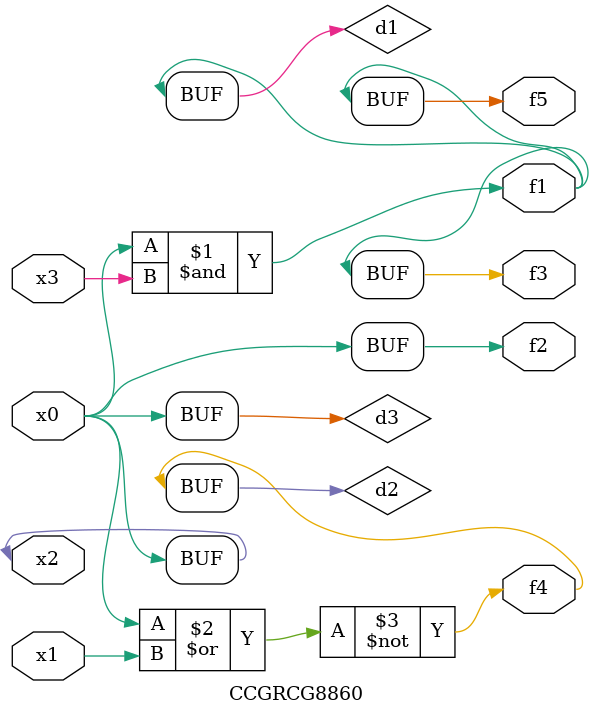
<source format=v>
module CCGRCG8860(
	input x0, x1, x2, x3,
	output f1, f2, f3, f4, f5
);

	wire d1, d2, d3;

	and (d1, x2, x3);
	nor (d2, x0, x1);
	buf (d3, x0, x2);
	assign f1 = d1;
	assign f2 = d3;
	assign f3 = d1;
	assign f4 = d2;
	assign f5 = d1;
endmodule

</source>
